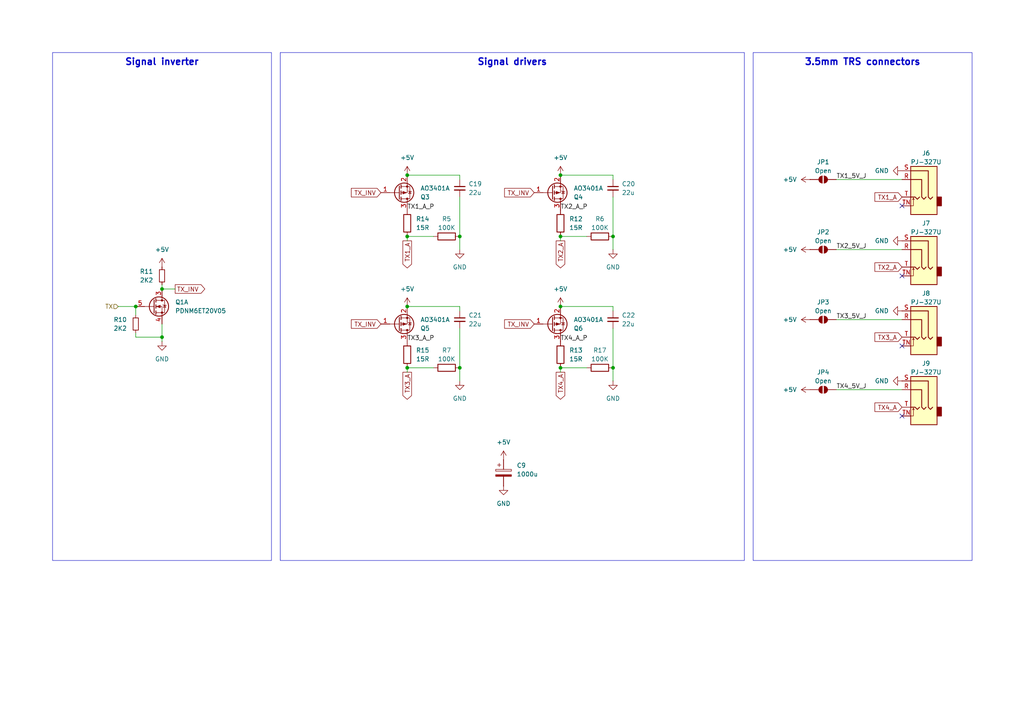
<source format=kicad_sch>
(kicad_sch (version 20231120) (generator "eeschema") (generator_version "8.0")
  (paper "A4")
  (lib_symbols
    (symbol "Device:C_Polarized" (pin_numbers hide) (pin_names (offset 0.254))
      (property "Reference" "C" (at 0.635 2.54 0))
      (property "Value" "C_Polarized" (at 0.635 -2.54 0))
      (symbol "C_Polarized_0_1"
        (rectangle (start -2.286 0.508) (end 2.286 1.016))
        (polyline (pts (xy -1.778 2.286) (xy -0.762 2.286)))
        (polyline (pts (xy -1.27 2.794) (xy -1.27 1.778)))
        (rectangle (start 2.286 -0.508) (end -2.286 -1.016) (fill (type outline)))
      )
      (symbol "C_Polarized_1_1"
        (pin passive line (at 0 3.81 270) (length 2.794) (name "~") (number "1"))
        (pin passive line (at 0 -3.81 90) (length 2.794) (name "~") (number "2"))
      )
    )
    (symbol "Device:C_Small" (pin_numbers hide) (pin_names (offset 0.254) hide)
      (property "Reference" "C" (at 0.254 1.778 0))
      (property "Value" "C_Small" (at 0.254 -2.032 0))
      (symbol "C_Small_0_1"
        (polyline (pts (xy -1.524 -0.508) (xy 1.524 -0.508)) (stroke (width 0.3302)))
        (polyline (pts (xy -1.524 0.508) (xy 1.524 0.508)) (stroke (width 0.3048)))
      )
      (symbol "C_Small_1_1"
        (pin passive line (at 0 2.54 270) (length 2.032) (name "~") (number "1"))
        (pin passive line (at 0 -2.54 90) (length 2.032) (name "~") (number "2"))
      )
    )
    (symbol "Device:R" (pin_numbers hide) (pin_names (offset 0))
      (property "Reference" "R" (at 2.032 0 90))
      (property "Value" "R" (at 0 0 90))
      (symbol "R_0_1"
        (rectangle (start -1.016 -2.54) (end 1.016 2.54) (stroke (width 0.254)))
      )
      (symbol "R_1_1"
        (pin passive line (at 0 3.81 270) (length 1.27) (name "~") (number "1"))
        (pin passive line (at 0 -3.81 90) (length 1.27) (name "~") (number "2"))
      )
    )
    (symbol "Device:R_Small" (pin_numbers hide) (pin_names (offset 0.254) hide)
      (property "Reference" "R" (at 0.762 0.508 0))
      (property "Value" "R_Small" (at 0.762 -1.016 0))
      (symbol "R_Small_0_1"
        (rectangle (start -0.762 1.778) (end 0.762 -1.778) (stroke (width 0.2032)))
      )
      (symbol "R_Small_1_1"
        (pin passive line (at 0 2.54 270) (length 0.762) (name "~") (number "1"))
        (pin passive line (at 0 -2.54 90) (length 0.762) (name "~") (number "2"))
      )
    )
    (symbol "Jumper:SolderJumper_2_Open" (pin_numbers hide) (pin_names (offset 0) hide) (exclude_from_sim yes) (in_bom no)
      (property "Reference" "JP" (at 0 2.032 0))
      (property "Value" "SolderJumper_2_Open" (at 0 -2.54 0))
      (symbol "SolderJumper_2_Open_0_1"
        (arc (start -0.254 1.016) (mid -1.2656 0) (end -0.254 -1.016))
        (arc (start -0.254 1.016) (mid -1.2656 0) (end -0.254 -1.016) (fill (type outline)))
        (polyline (pts (xy -0.254 1.016) (xy -0.254 -1.016)))
        (polyline (pts (xy 0.254 1.016) (xy 0.254 -1.016)))
        (arc (start 0.254 -1.016) (mid 1.2656 0) (end 0.254 1.016))
        (arc (start 0.254 -1.016) (mid 1.2656 0) (end 0.254 1.016) (fill (type outline)))
      )
      (symbol "SolderJumper_2_Open_1_1"
        (pin passive line (at -3.81 0 0) (length 2.54) (name "A") (number "1"))
        (pin passive line (at 3.81 0 180) (length 2.54) (name "B") (number "2"))
      )
    )
    (symbol "Transistor_FET:AO3401A" (pin_names hide)
      (property "Reference" "Q" (at 5.08 1.905 0))
      (property "Value" "AO3401A" (at 5.08 0 0))
      (symbol "AO3401A_0_1"
        (polyline (pts (xy 0.254 0) (xy -2.54 0)))
        (polyline (pts (xy 0.254 1.905) (xy 0.254 -1.905)) (stroke (width 0.254)))
        (polyline (pts (xy 0.762 -1.27) (xy 0.762 -2.286)) (stroke (width 0.254)))
        (polyline (pts (xy 0.762 0.508) (xy 0.762 -0.508)) (stroke (width 0.254)))
        (polyline (pts (xy 0.762 2.286) (xy 0.762 1.27)) (stroke (width 0.254)))
        (polyline (pts (xy 2.54 2.54) (xy 2.54 1.778)))
        (polyline (pts (xy 2.54 -2.54) (xy 2.54 0) (xy 0.762 0)))
        (polyline (pts (xy 0.762 1.778) (xy 3.302 1.778) (xy 3.302 -1.778) (xy 0.762 -1.778)))
        (polyline (pts (xy 2.286 0) (xy 1.27 0.381) (xy 1.27 -0.381) (xy 2.286 0)) (fill (type outline)))
        (polyline (pts (xy 2.794 -0.508) (xy 2.921 -0.381) (xy 3.683 -0.381) (xy 3.81 -0.254)))
        (polyline (pts (xy 3.302 -0.381) (xy 2.921 0.254) (xy 3.683 0.254) (xy 3.302 -0.381)))
        (circle (center 1.651 0) (radius 2.794) (stroke (width 0.254)))
        (circle (center 2.54 -1.778) (radius 0.254) (fill (type outline)))
        (circle (center 2.54 1.778) (radius 0.254) (fill (type outline)))
      )
      (symbol "AO3401A_1_1"
        (pin input line (at -5.08 0 0) (length 2.54) (name "G") (number "1"))
        (pin passive line (at 2.54 -5.08 90) (length 2.54) (name "S") (number "2"))
        (pin passive line (at 2.54 5.08 270) (length 2.54) (name "D") (number "3"))
      )
    )
    (symbol "connector:AudioJack3_SwitchT_PJ-327U"
      (property "Reference" "J" (at 0 8.89 0))
      (property "Value" "PJ-327U" (at 0 6.35 0))
      (symbol "AudioJack3_SwitchT_PJ-327U_0_1"
        (rectangle (start -5.08 -5.08) (end -6.35 -7.62) (stroke (width 0.254)) (fill (type outline)))
        (polyline (pts (xy 1.778 -5.334) (xy 2.032 -5.842)))
        (polyline (pts (xy 0 -5.08) (xy 0.635 -5.715) (xy 1.27 -5.08) (xy 2.54 -5.08)) (stroke (width 0.254)))
        (polyline (pts (xy 2.54 -7.62) (xy 1.778 -7.62) (xy 1.778 -5.334) (xy 1.524 -5.842)))
        (polyline (pts (xy -1.905 -5.08) (xy -1.27 -5.715) (xy -0.635 -5.08) (xy -0.635 0) (xy 2.54 0)) (stroke (width 0.254)))
        (polyline (pts (xy 2.54 2.54) (xy -2.54 2.54) (xy -2.54 -5.08) (xy -3.175 -5.715) (xy -3.81 -5.08)) (stroke (width 0.254)))
        (rectangle (start 2.54 3.81) (end -5.08 -10.16) (stroke (width 0.254)) (fill (type background)))
      )
      (symbol "AudioJack3_SwitchT_PJ-327U_1_1"
        (pin passive line (at 5.08 0 180) (length 2.54) (name "~") (number "R"))
        (pin passive line (at 5.08 2.54 180) (length 2.54) (name "~") (number "S"))
        (pin passive line (at 5.08 -5.08 180) (length 2.54) (name "~") (number "T"))
        (pin passive line (at 5.08 -7.62 180) (length 2.54) (name "~") (number "TN"))
      )
    )
    (symbol "discrete:PDNM6ET20V05" (pin_names hide)
      (property "Reference" "Q" (at 5.08 1.905 0))
      (property "Value" "PDNM6ET20V05" (at 5.08 0 0))
      (symbol "PDNM6ET20V05_0_1"
        (polyline (pts (xy 0.254 0) (xy -2.54 0)))
        (polyline (pts (xy 0.254 1.905) (xy 0.254 -1.905)) (stroke (width 0.254)))
        (polyline (pts (xy 0.762 -1.27) (xy 0.762 -2.286)) (stroke (width 0.254)))
        (polyline (pts (xy 0.762 0.508) (xy 0.762 -0.508)) (stroke (width 0.254)))
        (polyline (pts (xy 0.762 2.286) (xy 0.762 1.27)) (stroke (width 0.254)))
        (polyline (pts (xy 2.54 2.54) (xy 2.54 1.778)))
        (polyline (pts (xy 2.54 -2.54) (xy 2.54 0) (xy 0.762 0)))
        (polyline (pts (xy 0.762 -1.778) (xy 3.302 -1.778) (xy 3.302 1.778) (xy 0.762 1.778)))
        (polyline (pts (xy 1.016 0) (xy 2.032 0.381) (xy 2.032 -0.381) (xy 1.016 0)) (fill (type outline)))
        (polyline (pts (xy 2.794 0.508) (xy 2.921 0.381) (xy 3.683 0.381) (xy 3.81 0.254)))
        (polyline (pts (xy 3.302 0.381) (xy 2.921 -0.254) (xy 3.683 -0.254) (xy 3.302 0.381)))
        (circle (center 1.651 0) (radius 2.794) (stroke (width 0.254)))
        (circle (center 2.54 -1.778) (radius 0.254) (fill (type outline)))
        (circle (center 2.54 1.778) (radius 0.254) (fill (type outline)))
      )
      (symbol "PDNM6ET20V05_1_1"
        (pin passive line (at 2.54 5.08 270) (length 2.54) (name "D") (number "3"))
        (pin passive line (at 2.54 -5.08 90) (length 2.54) (name "S") (number "4"))
        (pin input line (at -5.08 0 0) (length 2.54) (name "G") (number "5"))
      )
      (symbol "PDNM6ET20V05_2_1"
        (pin passive line (at 2.54 -5.08 90) (length 2.54) (name "S") (number "1"))
        (pin input line (at -5.08 0 0) (length 2.54) (name "G") (number "2"))
        (pin passive line (at 2.54 5.08 270) (length 2.54) (name "D") (number "6"))
      )
    )
    (symbol "power:GND" (power) (pin_numbers hide) (pin_names (offset 0) hide)
      (property "Value" "GND" (at 0 -3.81 0))
      (symbol "GND_0_1"
        (polyline (pts (xy 0 0) (xy 0 -1.27) (xy 1.27 -1.27) (xy 0 -2.54) (xy -1.27 -1.27) (xy 0 -1.27)))
      )
      (symbol "GND_1_1"
        (pin power_in line (at 0 0 270) (length 0) (name "~") (number "1"))
      )
    )
    (symbol "power:VCC" (power) (pin_numbers hide) (pin_names (offset 0) hide)
      (property "Value" "VCC" (at 0 3.556 0))
      (symbol "VCC_0_1"
        (polyline (pts (xy -0.762 1.27) (xy 0 2.54)))
        (polyline (pts (xy 0 0) (xy 0 2.54)))
        (polyline (pts (xy 0 2.54) (xy 0.762 1.27)))
      )
      (symbol "VCC_1_1"
        (pin power_in line (at 0 0 90) (length 0) (name "~") (number "1"))
      )
    )
  )
  (junction (at 133.35 68.58))
  (junction (at 118.11 106.68))
  (junction (at 162.56 88.9))
  (junction (at 39.37 88.9))
  (junction (at 118.11 88.9))
  (junction (at 177.8 106.68))
  (junction (at 46.99 83.82))
  (junction (at 133.35 106.68))
  (junction (at 162.56 50.8))
  (junction (at 118.11 50.8))
  (junction (at 162.56 68.58))
  (junction (at 46.99 97.79))
  (junction (at 162.56 106.68))
  (junction (at 118.11 68.58))
  (junction (at 177.8 68.58))
  (no_connect (at 261.62 80.01))
  (no_connect (at 261.62 100.33))
  (no_connect (at 261.62 59.69))
  (no_connect (at 261.62 120.65))
  (wire (pts (xy 118.11 106.68) (xy 125.73 106.68)))
  (wire (pts (xy 46.99 97.79) (xy 46.99 99.06)))
  (wire (pts (xy 46.99 93.98) (xy 46.99 97.79)))
  (wire (pts (xy 162.56 88.9) (xy 177.8 88.9)))
  (wire (pts (xy 162.56 107.95) (xy 162.56 106.68)))
  (wire (pts (xy 162.56 50.8) (xy 177.8 50.8)))
  (wire (pts (xy 177.8 68.58) (xy 177.8 72.39)))
  (wire (pts (xy 162.56 69.85) (xy 162.56 68.58)))
  (wire (pts (xy 133.35 68.58) (xy 133.35 72.39)))
  (wire (pts (xy 162.56 106.68) (xy 170.18 106.68)))
  (wire (pts (xy 118.11 69.85) (xy 118.11 68.58)))
  (wire (pts (xy 39.37 97.79) (xy 46.99 97.79)))
  (wire (pts (xy 162.56 68.58) (xy 170.18 68.58)))
  (wire (pts (xy 177.8 57.15) (xy 177.8 68.58)))
  (wire (pts (xy 177.8 106.68) (xy 177.8 110.49)))
  (wire (pts (xy 242.57 52.07) (xy 261.62 52.07)))
  (wire (pts (xy 133.35 106.68) (xy 133.35 110.49)))
  (wire (pts (xy 177.8 90.17) (xy 177.8 88.9)))
  (wire (pts (xy 177.8 52.07) (xy 177.8 50.8)))
  (wire (pts (xy 133.35 95.25) (xy 133.35 106.68)))
  (wire (pts (xy 46.99 82.55) (xy 46.99 83.82)))
  (wire (pts (xy 177.8 95.25) (xy 177.8 106.68)))
  (wire (pts (xy 34.29 88.9) (xy 39.37 88.9)))
  (wire (pts (xy 242.57 72.39) (xy 261.62 72.39)))
  (wire (pts (xy 242.57 113.03) (xy 261.62 113.03)))
  (wire (pts (xy 133.35 57.15) (xy 133.35 68.58)))
  (wire (pts (xy 39.37 96.52) (xy 39.37 97.79)))
  (wire (pts (xy 242.57 92.71) (xy 261.62 92.71)))
  (wire (pts (xy 39.37 88.9) (xy 39.37 91.44)))
  (wire (pts (xy 133.35 52.07) (xy 133.35 50.8)))
  (wire (pts (xy 118.11 68.58) (xy 125.73 68.58)))
  (wire (pts (xy 118.11 88.9) (xy 133.35 88.9)))
  (wire (pts (xy 118.11 50.8) (xy 133.35 50.8)))
  (wire (pts (xy 118.11 107.95) (xy 118.11 106.68)))
  (wire (pts (xy 133.35 90.17) (xy 133.35 88.9)))
  (wire (pts (xy 46.99 83.82) (xy 50.8 83.82)))
  (text_box "Signal inverter" (at 15.24 15.24 0) (size 63.5 147.32) (stroke (width 0.127)) (effects (font (size 1.905 1.905) (thickness 0.381) (bold yes)) (justify top)))
  (text_box "3.5mm TRS connectors" (at 218.44 15.24 0) (size 63.5 147.32) (stroke (width 0.127)) (effects (font (size 1.905 1.905) (thickness 0.381) (bold yes)) (justify top)))
  (text_box "Signal drivers" (at 81.28 15.24 0) (size 134.62 147.32) (stroke (width 0.127)) (effects (font (size 1.905 1.905) (thickness 0.381) (bold yes)) (justify top)))
  (label "TX2_A_P" (at 162.56 60.96 0))
  (label "TX4_A_P" (at 162.56 99.06 0))
  (label "TX1_5V_J" (at 242.57 52.07 0))
  (label "TX1_A_P" (at 118.11 60.96 0))
  (label "TX4_5V_J" (at 242.57 113.03 0))
  (label "TX2_5V_J" (at 242.57 72.39 0))
  (label "TX3_5V_J" (at 242.57 92.71 0))
  (label "TX3_A_P" (at 118.11 99.06 0))
  (global_label "TX1_A" (shape input) (at 261.62 57.15 180) (property "Intersheetrefs" "${INTERSHEET_REFS}" (effects (hide yes))))
  (global_label "TX3_A" (shape input) (at 261.62 97.79 180) (property "Intersheetrefs" "${INTERSHEET_REFS}" (effects (hide yes))))
  (global_label "TX4_A" (shape output) (at 162.56 107.95 270) (property "Intersheetrefs" "${INTERSHEET_REFS}" (effects (hide yes))))
  (global_label "TX_INV" (shape output) (at 50.8 83.82 0) (property "Intersheetrefs" "${INTERSHEET_REFS}" (effects (hide yes))))
  (global_label "TX_INV" (shape input) (at 154.94 93.98 180) (property "Intersheetrefs" "${INTERSHEET_REFS}" (effects (hide yes))))
  (global_label "TX_INV" (shape input) (at 110.49 93.98 180) (property "Intersheetrefs" "${INTERSHEET_REFS}" (effects (hide yes))))
  (global_label "TX2_A" (shape input) (at 261.62 77.47 180) (property "Intersheetrefs" "${INTERSHEET_REFS}" (effects (hide yes))))
  (global_label "TX3_A" (shape output) (at 118.11 107.95 270) (property "Intersheetrefs" "${INTERSHEET_REFS}" (effects (hide yes))))
  (global_label "TX2_A" (shape output) (at 162.56 69.85 270) (property "Intersheetrefs" "${INTERSHEET_REFS}" (effects (hide yes))))
  (global_label "TX_INV" (shape input) (at 110.49 55.88 180) (property "Intersheetrefs" "${INTERSHEET_REFS}" (effects (hide yes))))
  (global_label "TX4_A" (shape input) (at 261.62 118.11 180) (property "Intersheetrefs" "${INTERSHEET_REFS}" (effects (hide yes))))
  (global_label "TX1_A" (shape output) (at 118.11 69.85 270) (property "Intersheetrefs" "${INTERSHEET_REFS}" (effects (hide yes))))
  (global_label "TX_INV" (shape input) (at 154.94 55.88 180) (property "Intersheetrefs" "${INTERSHEET_REFS}" (effects (hide yes))))
  (hierarchical_label "TX" (shape input) (at 34.29 88.9 180))
  (symbol (lib_id "power:VCC") (at 46.99 77.47 0) (unit 1)
    (property "Reference" "#PWR070" (effects (hide yes)))
    (property "Value" "+5V" (at 46.99 72.39 0))
    (property "Description" "Power symbol creates a global label with name \"VCC\"" (effects (hide yes)))
  )
  (symbol (lib_id "Device:C_Small") (at 133.35 54.61 0) (unit 1)
    (property "Reference" "C19" (at 135.89 53.3462 0) (effects (justify left)))
    (property "Value" "22u" (at 135.89 55.8862 0) (effects (justify left)))
    (property "Footprint" "discrete:C_0603_1608Metric" (effects (hide yes)))
    (property "Description" "Unpolarized capacitor, small symbol" (effects (hide yes)))
  )
  (symbol (lib_id "power:GND") (at 261.62 110.49 270) (unit 1)
    (property "Reference" "#PWR090" (effects (hide yes)))
    (property "Value" "GND" (at 257.81 110.4899 90) (effects (justify right)))
    (property "Description" "Power symbol creates a global label with name \"GND\" , ground" (effects (hide yes)))
  )
  (symbol (lib_id "Device:R") (at 162.56 64.77 0) (unit 1)
    (property "Reference" "R12" (at 165.1 63.4999 0) (effects (justify left)))
    (property "Value" "15R" (at 165.1 66.0399 0) (effects (justify left)))
    (property "Footprint" "Resistor_SMD:R_1206_3216Metric" (effects (hide yes)))
    (property "Description" "Resistor" (effects (hide yes)))
  )
  (symbol (lib_id "power:GND") (at 261.62 90.17 270) (unit 1)
    (property "Reference" "#PWR089" (effects (hide yes)))
    (property "Value" "GND" (at 257.81 90.1699 90) (effects (justify right)))
    (property "Description" "Power symbol creates a global label with name \"GND\" , ground" (effects (hide yes)))
  )
  (symbol (lib_id "Transistor_FET:AO3401A") (at 115.57 93.98 0) (mirror x) (unit 1)
    (property "Reference" "Q5" (at 121.92 95.2501 0) (effects (justify left)))
    (property "Value" "AO3401A" (at 121.92 92.7101 0) (effects (justify left)))
    (property "Footprint" "Package_TO_SOT_SMD:SOT-23" (effects (hide yes)))
    (property "Datasheet" "http://www.aosmd.com/pdfs/datasheet/AO3401A.pdf" (effects (hide yes)))
    (property "Description" "-4.0A Id, -30V Vds, P-Channel MOSFET, SOT-23" (effects (hide yes)))
  )
  (symbol (lib_id "power:VCC") (at 162.56 88.9 0) (unit 1)
    (property "Reference" "#PWR069" (effects (hide yes)))
    (property "Value" "+5V" (at 162.56 83.82 0))
    (property "Description" "Power symbol creates a global label with name \"VCC\"" (effects (hide yes)))
  )
  (symbol (lib_id "power:GND") (at 46.99 99.06 0) (unit 1)
    (property "Reference" "#PWR071" (effects (hide yes)))
    (property "Value" "GND" (at 46.99 104.14 0))
    (property "Description" "Power symbol creates a global label with name \"GND\" , ground" (effects (hide yes)))
  )
  (symbol (lib_id "connector:AudioJack3_SwitchT_PJ-327U") (at 266.7 113.03 0) (mirror y) (unit 1)
    (property "Reference" "J9" (at 268.605 105.41 0))
    (property "Value" "PJ-327U" (at 268.605 107.95 0))
    (property "Footprint" "connector:Jack_3.5mm_PJ-327U-SMT_Horizontal" (effects (hide yes)))
    (property "Description" "Audio Jack, 3 Poles (Stereo / TRS), Switched T Pole (Normalling)" (effects (hide yes)))
    (property "LCSC Part" "C397453" (effects (hide yes)))
  )
  (symbol (lib_id "Device:C_Polarized") (at 146.05 137.16 0) (unit 1)
    (property "Reference" "C9" (at 149.86 135.0009 0) (effects (justify left)))
    (property "Value" "1000u" (at 149.86 137.5409 0) (effects (justify left)))
    (property "Footprint" "Capacitor_SMD:CP_Elec_8x10" (effects (hide yes)))
    (property "Description" "Polarized capacitor" (effects (hide yes)))
  )
  (symbol (lib_id "Jumper:SolderJumper_2_Open") (at 238.76 92.71 0) (unit 1) (exclude_from_sim yes) (in_bom no)
    (property "Reference" "JP3" (at 238.76 87.63 0))
    (property "Value" "Open" (at 238.76 90.17 0))
    (property "Footprint" "Jumper:SolderJumper-2_P1.3mm_Open_TrianglePad1.0x1.5mm" (effects (hide yes)))
    (property "Description" "Solder Jumper, 2-pole, open" (effects (hide yes)))
  )
  (symbol (lib_id "power:GND") (at 261.62 49.53 270) (unit 1)
    (property "Reference" "#PWR085" (effects (hide yes)))
    (property "Value" "GND" (at 257.81 49.5299 90) (effects (justify right)))
    (property "Description" "Power symbol creates a global label with name \"GND\" , ground" (effects (hide yes)))
  )
  (symbol (lib_id "Device:R_Small") (at 39.37 93.98 0) (mirror y) (unit 1)
    (property "Reference" "R10" (at 36.83 92.7099 0) (effects (justify left)))
    (property "Value" "2K2" (at 36.83 95.2499 0) (effects (justify left)))
    (property "Footprint" "Resistor_SMD:R_0603_1608Metric" (effects (hide yes)))
    (property "Description" "Resistor, small symbol" (effects (hide yes)))
  )
  (symbol (lib_id "power:VCC") (at 118.11 88.9 0) (unit 1)
    (property "Reference" "#PWR065" (effects (hide yes)))
    (property "Value" "+5V" (at 118.11 83.82 0))
    (property "Description" "Power symbol creates a global label with name \"VCC\"" (effects (hide yes)))
  )
  (symbol (lib_id "Device:R") (at 118.11 64.77 0) (unit 1)
    (property "Reference" "R14" (at 120.65 63.4999 0) (effects (justify left)))
    (property "Value" "15R" (at 120.65 66.0399 0) (effects (justify left)))
    (property "Footprint" "Resistor_SMD:R_1206_3216Metric" (effects (hide yes)))
    (property "Description" "Resistor" (effects (hide yes)))
  )
  (symbol (lib_id "Device:R") (at 173.99 68.58 90) (unit 1)
    (property "Reference" "R6" (at 173.99 63.5 90))
    (property "Value" "100K" (at 173.99 66.04 90))
    (property "Footprint" "Resistor_SMD:R_0603_1608Metric" (effects (hide yes)))
    (property "Description" "Resistor" (effects (hide yes)))
  )
  (symbol (lib_id "power:VCC") (at 146.05 133.35 0) (unit 1)
    (property "Reference" "#PWR061" (effects (hide yes)))
    (property "Value" "+5V" (at 146.05 128.27 0))
    (property "Description" "Power symbol creates a global label with name \"VCC\"" (effects (hide yes)))
  )
  (symbol (lib_id "power:VCC") (at 234.95 92.71 90) (unit 1)
    (property "Reference" "#PWR080" (effects (hide yes)))
    (property "Value" "+5V" (at 231.14 92.7099 90) (effects (justify left)))
    (property "Description" "Power symbol creates a global label with name \"VCC\"" (effects (hide yes)))
  )
  (symbol (lib_id "Device:R") (at 118.11 102.87 0) (unit 1)
    (property "Reference" "R15" (at 120.65 101.5999 0) (effects (justify left)))
    (property "Value" "15R" (at 120.65 104.1399 0) (effects (justify left)))
    (property "Footprint" "Resistor_SMD:R_1206_3216Metric" (effects (hide yes)))
    (property "Description" "Resistor" (effects (hide yes)))
  )
  (symbol (lib_id "Jumper:SolderJumper_2_Open") (at 238.76 113.03 0) (unit 1) (exclude_from_sim yes) (in_bom no)
    (property "Reference" "JP4" (at 238.76 107.95 0))
    (property "Value" "Open" (at 238.76 110.49 0))
    (property "Footprint" "Jumper:SolderJumper-2_P1.3mm_Open_TrianglePad1.0x1.5mm" (effects (hide yes)))
    (property "Description" "Solder Jumper, 2-pole, open" (effects (hide yes)))
  )
  (symbol (lib_id "connector:AudioJack3_SwitchT_PJ-327U") (at 266.7 72.39 0) (mirror y) (unit 1)
    (property "Reference" "J7" (at 268.605 64.77 0))
    (property "Value" "PJ-327U" (at 268.605 67.31 0))
    (property "Footprint" "connector:Jack_3.5mm_PJ-327U-SMT_Horizontal" (effects (hide yes)))
    (property "Description" "Audio Jack, 3 Poles (Stereo / TRS), Switched T Pole (Normalling)" (effects (hide yes)))
    (property "LCSC Part" "C397453" (effects (hide yes)))
  )
  (symbol (lib_id "power:GND") (at 177.8 72.39 0) (unit 1)
    (property "Reference" "#PWR072" (effects (hide yes)))
    (property "Value" "GND" (at 177.8 77.47 0))
    (property "Description" "Power symbol creates a global label with name \"GND\" , ground" (effects (hide yes)))
  )
  (symbol (lib_id "Transistor_FET:AO3401A") (at 115.57 55.88 0) (mirror x) (unit 1)
    (property "Reference" "Q3" (at 121.92 57.1501 0) (effects (justify left)))
    (property "Value" "AO3401A" (at 121.92 54.6101 0) (effects (justify left)))
    (property "Footprint" "Package_TO_SOT_SMD:SOT-23" (effects (hide yes)))
    (property "Datasheet" "http://www.aosmd.com/pdfs/datasheet/AO3401A.pdf" (effects (hide yes)))
    (property "Description" "-4.0A Id, -30V Vds, P-Channel MOSFET, SOT-23" (effects (hide yes)))
  )
  (symbol (lib_id "Device:R") (at 129.54 106.68 90) (unit 1)
    (property "Reference" "R7" (at 129.54 101.6 90))
    (property "Value" "100K" (at 129.54 104.14 90))
    (property "Footprint" "Resistor_SMD:R_0603_1608Metric" (effects (hide yes)))
    (property "Description" "Resistor" (effects (hide yes)))
  )
  (symbol (lib_id "connector:AudioJack3_SwitchT_PJ-327U") (at 266.7 92.71 0) (mirror y) (unit 1)
    (property "Reference" "J8" (at 268.605 85.09 0))
    (property "Value" "PJ-327U" (at 268.605 87.63 0))
    (property "Footprint" "connector:Jack_3.5mm_PJ-327U-SMT_Horizontal" (effects (hide yes)))
    (property "Description" "Audio Jack, 3 Poles (Stereo / TRS), Switched T Pole (Normalling)" (effects (hide yes)))
    (property "LCSC Part" "C397453" (effects (hide yes)))
  )
  (symbol (lib_id "power:VCC") (at 234.95 72.39 90) (unit 1)
    (property "Reference" "#PWR075" (effects (hide yes)))
    (property "Value" "+5V" (at 231.14 72.3899 90) (effects (justify left)))
    (property "Description" "Power symbol creates a global label with name \"VCC\"" (effects (hide yes)))
  )
  (symbol (lib_id "power:VCC") (at 162.56 50.8 0) (unit 1)
    (property "Reference" "#PWR068" (effects (hide yes)))
    (property "Value" "+5V" (at 162.56 45.72 0))
    (property "Description" "Power symbol creates a global label with name \"VCC\"" (effects (hide yes)))
  )
  (symbol (lib_id "Device:C_Small") (at 133.35 92.71 0) (unit 1)
    (property "Reference" "C21" (at 135.89 91.4462 0) (effects (justify left)))
    (property "Value" "22u" (at 135.89 93.9862 0) (effects (justify left)))
    (property "Footprint" "discrete:C_0603_1608Metric" (effects (hide yes)))
    (property "Description" "Unpolarized capacitor, small symbol" (effects (hide yes)))
  )
  (symbol (lib_id "power:GND") (at 177.8 110.49 0) (unit 1)
    (property "Reference" "#PWR073" (effects (hide yes)))
    (property "Value" "GND" (at 177.8 115.57 0))
    (property "Description" "Power symbol creates a global label with name \"GND\" , ground" (effects (hide yes)))
  )
  (symbol (lib_id "power:VCC") (at 118.11 50.8 0) (unit 1)
    (property "Reference" "#PWR064" (effects (hide yes)))
    (property "Value" "+5V" (at 118.11 45.72 0))
    (property "Description" "Power symbol creates a global label with name \"VCC\"" (effects (hide yes)))
  )
  (symbol (lib_id "Device:R") (at 173.99 106.68 90) (unit 1)
    (property "Reference" "R17" (at 173.99 101.6 90))
    (property "Value" "100K" (at 173.99 104.14 90))
    (property "Footprint" "Resistor_SMD:R_0603_1608Metric" (effects (hide yes)))
    (property "Description" "Resistor" (effects (hide yes)))
  )
  (symbol (lib_id "power:GND") (at 133.35 72.39 0) (unit 1)
    (property "Reference" "#PWR066" (effects (hide yes)))
    (property "Value" "GND" (at 133.35 77.47 0))
    (property "Description" "Power symbol creates a global label with name \"GND\" , ground" (effects (hide yes)))
  )
  (symbol (lib_id "Transistor_FET:AO3401A") (at 160.02 93.98 0) (mirror x) (unit 1)
    (property "Reference" "Q6" (at 166.37 95.2501 0) (effects (justify left)))
    (property "Value" "AO3401A" (at 166.37 92.7101 0) (effects (justify left)))
    (property "Footprint" "Package_TO_SOT_SMD:SOT-23" (effects (hide yes)))
    (property "Datasheet" "http://www.aosmd.com/pdfs/datasheet/AO3401A.pdf" (effects (hide yes)))
    (property "Description" "-4.0A Id, -30V Vds, P-Channel MOSFET, SOT-23" (effects (hide yes)))
  )
  (symbol (lib_id "connector:AudioJack3_SwitchT_PJ-327U") (at 266.7 52.07 0) (mirror y) (unit 1)
    (property "Reference" "J6" (at 268.605 44.45 0))
    (property "Value" "PJ-327U" (at 268.605 46.99 0))
    (property "Footprint" "connector:Jack_3.5mm_PJ-327U-SMT_Horizontal" (effects (hide yes)))
    (property "Description" "Audio Jack, 3 Poles (Stereo / TRS), Switched T Pole (Normalling)" (effects (hide yes)))
    (property "LCSC Part" "C397453" (effects (hide yes)))
  )
  (symbol (lib_id "Transistor_FET:AO3401A") (at 160.02 55.88 0) (mirror x) (unit 1)
    (property "Reference" "Q4" (at 166.37 57.1501 0) (effects (justify left)))
    (property "Value" "AO3401A" (at 166.37 54.6101 0) (effects (justify left)))
    (property "Footprint" "Package_TO_SOT_SMD:SOT-23" (effects (hide yes)))
    (property "Datasheet" "http://www.aosmd.com/pdfs/datasheet/AO3401A.pdf" (effects (hide yes)))
    (property "Description" "-4.0A Id, -30V Vds, P-Channel MOSFET, SOT-23" (effects (hide yes)))
  )
  (symbol (lib_id "Device:C_Small") (at 177.8 54.61 0) (unit 1)
    (property "Reference" "C20" (at 180.34 53.3462 0) (effects (justify left)))
    (property "Value" "22u" (at 180.34 55.8862 0) (effects (justify left)))
    (property "Footprint" "discrete:C_0603_1608Metric" (effects (hide yes)))
    (property "Description" "Unpolarized capacitor, small symbol" (effects (hide yes)))
  )
  (symbol (lib_id "discrete:PDNM6ET20V05") (at 44.45 88.9 0) (unit 1)
    (property "Reference" "Q1" (at 50.8 87.6299 0) (effects (justify left)))
    (property "Value" "PDNM6ET20V05" (at 50.8 90.1699 0) (effects (justify left)))
    (property "Footprint" "Package_TO_SOT_SMD:SOT-563" (effects (hide yes)))
    (property "Datasheet" "https://www.lcsc.com/datasheet/lcsc_datasheet_2410121242_Shanghai-Prisemi-Elec-PDNM6ET20V05_C918811.pdf" (effects (hide yes)))
    (property "Description" "500mA Id, 20V Vds, Dual N-Channel MOSFET, SOT-563" (effects (hide yes)))
    (property "LCSC Part" "C918811" (effects (hide yes)))
  )
  (symbol (lib_id "power:GND") (at 133.35 110.49 0) (unit 1)
    (property "Reference" "#PWR067" (effects (hide yes)))
    (property "Value" "GND" (at 133.35 115.57 0))
    (property "Description" "Power symbol creates a global label with name \"GND\" , ground" (effects (hide yes)))
  )
  (symbol (lib_id "power:GND") (at 146.05 140.97 0) (unit 1)
    (property "Reference" "#PWR063" (effects (hide yes)))
    (property "Value" "GND" (at 146.05 146.05 0))
    (property "Description" "Power symbol creates a global label with name \"GND\" , ground" (effects (hide yes)))
  )
  (symbol (lib_id "Device:R") (at 162.56 102.87 0) (unit 1)
    (property "Reference" "R13" (at 165.1 101.5999 0) (effects (justify left)))
    (property "Value" "15R" (at 165.1 104.1399 0) (effects (justify left)))
    (property "Footprint" "Resistor_SMD:R_1206_3216Metric" (effects (hide yes)))
    (property "Description" "Resistor" (effects (hide yes)))
  )
  (symbol (lib_id "Device:R") (at 129.54 68.58 90) (unit 1)
    (property "Reference" "R5" (at 129.54 63.5 90))
    (property "Value" "100K" (at 129.54 66.04 90))
    (property "Footprint" "Resistor_SMD:R_0603_1608Metric" (effects (hide yes)))
    (property "Description" "Resistor" (effects (hide yes)))
  )
  (symbol (lib_id "power:VCC") (at 234.95 113.03 90) (unit 1)
    (property "Reference" "#PWR082" (effects (hide yes)))
    (property "Value" "+5V" (at 231.14 113.0299 90) (effects (justify left)))
    (property "Description" "Power symbol creates a global label with name \"VCC\"" (effects (hide yes)))
  )
  (symbol (lib_id "power:GND") (at 261.62 69.85 270) (unit 1)
    (property "Reference" "#PWR088" (effects (hide yes)))
    (property "Value" "GND" (at 257.81 69.8499 90) (effects (justify right)))
    (property "Description" "Power symbol creates a global label with name \"GND\" , ground" (effects (hide yes)))
  )
  (symbol (lib_id "Device:R_Small") (at 46.99 80.01 0) (mirror y) (unit 1)
    (property "Reference" "R11" (at 44.45 78.7399 0) (effects (justify left)))
    (property "Value" "2K2" (at 44.45 81.2799 0) (effects (justify left)))
    (property "Footprint" "Resistor_SMD:R_0603_1608Metric" (effects (hide yes)))
    (property "Description" "Resistor, small symbol" (effects (hide yes)))
  )
  (symbol (lib_id "Jumper:SolderJumper_2_Open") (at 238.76 72.39 0) (unit 1) (exclude_from_sim yes) (in_bom no)
    (property "Reference" "JP2" (at 238.76 67.31 0))
    (property "Value" "Open" (at 238.76 69.85 0))
    (property "Footprint" "Jumper:SolderJumper-2_P1.3mm_Open_TrianglePad1.0x1.5mm" (effects (hide yes)))
    (property "Description" "Solder Jumper, 2-pole, open" (effects (hide yes)))
  )
  (symbol (lib_id "power:VCC") (at 234.95 52.07 90) (unit 1)
    (property "Reference" "#PWR074" (effects (hide yes)))
    (property "Value" "+5V" (at 231.14 52.0699 90) (effects (justify left)))
    (property "Description" "Power symbol creates a global label with name \"VCC\"" (effects (hide yes)))
  )
  (symbol (lib_id "Jumper:SolderJumper_2_Open") (at 238.76 52.07 0) (unit 1) (exclude_from_sim yes) (in_bom no)
    (property "Reference" "JP1" (at 238.76 46.99 0))
    (property "Value" "Open" (at 238.76 49.53 0))
    (property "Footprint" "Jumper:SolderJumper-2_P1.3mm_Open_TrianglePad1.0x1.5mm" (effects (hide yes)))
    (property "Description" "Solder Jumper, 2-pole, open" (effects (hide yes)))
  )
  (symbol (lib_id "Device:C_Small") (at 177.8 92.71 0) (unit 1)
    (property "Reference" "C22" (at 180.34 91.4462 0) (effects (justify left)))
    (property "Value" "22u" (at 180.34 93.9862 0) (effects (justify left)))
    (property "Footprint" "discrete:C_0603_1608Metric" (effects (hide yes)))
    (property "Description" "Unpolarized capacitor, small symbol" (effects (hide yes)))
  )
)
</source>
